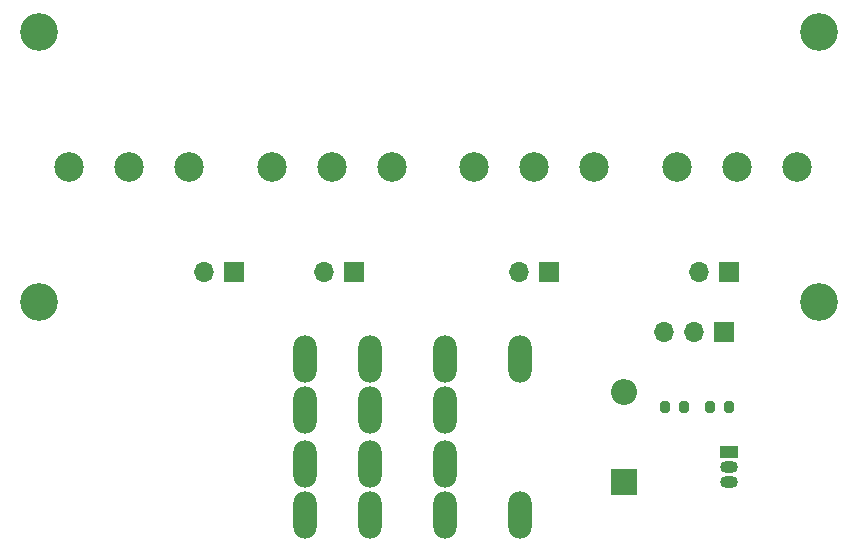
<source format=gbr>
%TF.GenerationSoftware,KiCad,Pcbnew,7.0.8-7.0.8~ubuntu22.04.1*%
%TF.CreationDate,2023-10-29T22:01:59-04:00*%
%TF.ProjectId,relay_board,72656c61-795f-4626-9f61-72642e6b6963,rev?*%
%TF.SameCoordinates,Original*%
%TF.FileFunction,Soldermask,Top*%
%TF.FilePolarity,Negative*%
%FSLAX46Y46*%
G04 Gerber Fmt 4.6, Leading zero omitted, Abs format (unit mm)*
G04 Created by KiCad (PCBNEW 7.0.8-7.0.8~ubuntu22.04.1) date 2023-10-29 22:01:59*
%MOMM*%
%LPD*%
G01*
G04 APERTURE LIST*
G04 Aperture macros list*
%AMRoundRect*
0 Rectangle with rounded corners*
0 $1 Rounding radius*
0 $2 $3 $4 $5 $6 $7 $8 $9 X,Y pos of 4 corners*
0 Add a 4 corners polygon primitive as box body*
4,1,4,$2,$3,$4,$5,$6,$7,$8,$9,$2,$3,0*
0 Add four circle primitives for the rounded corners*
1,1,$1+$1,$2,$3*
1,1,$1+$1,$4,$5*
1,1,$1+$1,$6,$7*
1,1,$1+$1,$8,$9*
0 Add four rect primitives between the rounded corners*
20,1,$1+$1,$2,$3,$4,$5,0*
20,1,$1+$1,$4,$5,$6,$7,0*
20,1,$1+$1,$6,$7,$8,$9,0*
20,1,$1+$1,$8,$9,$2,$3,0*%
G04 Aperture macros list end*
%ADD10C,3.200000*%
%ADD11R,1.700000X1.700000*%
%ADD12O,1.700000X1.700000*%
%ADD13RoundRect,0.200000X0.200000X0.275000X-0.200000X0.275000X-0.200000X-0.275000X0.200000X-0.275000X0*%
%ADD14RoundRect,0.200000X-0.200000X-0.275000X0.200000X-0.275000X0.200000X0.275000X-0.200000X0.275000X0*%
%ADD15O,2.000000X4.000000*%
%ADD16R,1.500000X1.050000*%
%ADD17O,1.500000X1.050000*%
%ADD18C,2.500000*%
%ADD19R,2.200000X2.200000*%
%ADD20O,2.200000X2.200000*%
G04 APERTURE END LIST*
D10*
%TO.C,H104*%
X223520000Y-91440000D03*
%TD*%
%TO.C,H103*%
X157480000Y-91440000D03*
%TD*%
%TO.C,H102*%
X223520000Y-68580000D03*
%TD*%
%TO.C,H101*%
X157480000Y-68580000D03*
%TD*%
D11*
%TO.C,J105*%
X215900000Y-88900000D03*
D12*
X213360000Y-88900000D03*
%TD*%
D11*
%TO.C,J104*%
X173990000Y-88900000D03*
D12*
X171450000Y-88900000D03*
%TD*%
D11*
%TO.C,J103*%
X184150000Y-88900000D03*
D12*
X181610000Y-88900000D03*
%TD*%
D11*
%TO.C,J102*%
X200660000Y-88900000D03*
D12*
X198120000Y-88900000D03*
%TD*%
D13*
%TO.C,R103*%
X215900000Y-100330000D03*
X214250000Y-100330000D03*
%TD*%
D14*
%TO.C,R102*%
X210440000Y-100330000D03*
X212090000Y-100330000D03*
%TD*%
D15*
%TO.C,R101*%
X180000000Y-96265000D03*
X180000000Y-100585000D03*
X180000000Y-105155000D03*
X180000000Y-109475000D03*
X185450000Y-96265000D03*
X185450000Y-100585000D03*
X185450000Y-105155000D03*
X185450000Y-109475000D03*
X191800000Y-96265000D03*
X191800000Y-100585000D03*
X191800000Y-105155000D03*
X191800000Y-109475000D03*
X198150000Y-96265000D03*
X198150000Y-109475000D03*
%TD*%
D16*
%TO.C,Q101*%
X215900000Y-104140000D03*
D17*
X215900000Y-105410000D03*
X215900000Y-106680000D03*
%TD*%
D18*
%TO.C,J109*%
X160020000Y-80010000D03*
X165100000Y-80010000D03*
X170180000Y-80010000D03*
%TD*%
%TO.C,J108*%
X177165000Y-80010000D03*
X182245000Y-80010000D03*
X187325000Y-80010000D03*
%TD*%
%TO.C,J107*%
X194310000Y-80010000D03*
X199390000Y-80010000D03*
X204470000Y-80010000D03*
%TD*%
%TO.C,J106*%
X211455000Y-80010000D03*
X216535000Y-80010000D03*
X221615000Y-80010000D03*
%TD*%
D11*
%TO.C,J101*%
X215425000Y-94000000D03*
D12*
X212885000Y-94000000D03*
X210345000Y-94000000D03*
%TD*%
D19*
%TO.C,D101*%
X207010000Y-106680000D03*
D20*
X207010000Y-99060000D03*
%TD*%
M02*

</source>
